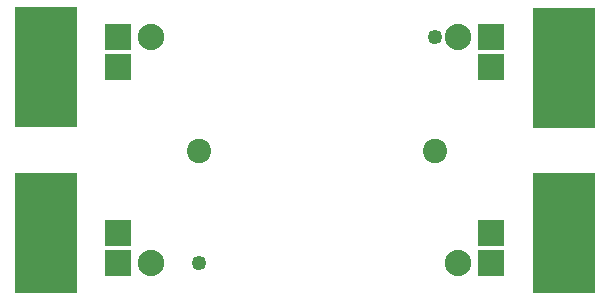
<source format=gts>
G04 MADE WITH FRITZING*
G04 WWW.FRITZING.ORG*
G04 DOUBLE SIDED*
G04 HOLES PLATED*
G04 CONTOUR ON CENTER OF CONTOUR VECTOR*
%ASAXBY*%
%FSLAX23Y23*%
%MOIN*%
%OFA0B0*%
%SFA1.0B1.0*%
%ADD10C,0.081181*%
%ADD11C,0.049370*%
%ADD12C,0.088000*%
%ADD13R,0.206850X0.403701*%
%ADD14R,0.088740X0.088740*%
%LNMASK1*%
G90*
G70*
G54D10*
X632Y550D03*
X1419Y550D03*
X632Y550D03*
X1419Y550D03*
G54D11*
X1419Y928D03*
X632Y175D03*
G54D12*
X472Y928D03*
X473Y175D03*
X1495Y928D03*
X1495Y175D03*
G54D13*
X1848Y275D03*
X1848Y827D03*
X121Y828D03*
X121Y275D03*
G54D14*
X362Y275D03*
X362Y175D03*
X362Y928D03*
X362Y828D03*
X1606Y928D03*
X1607Y275D03*
X1607Y175D03*
X1606Y828D03*
G04 End of Mask1*
M02*
</source>
